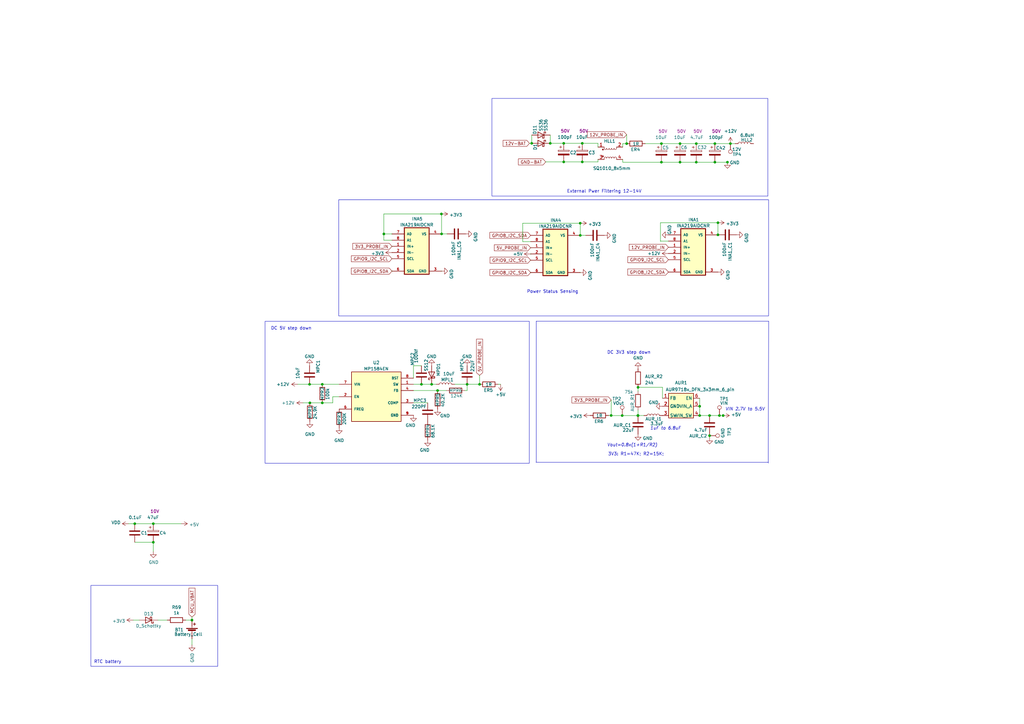
<source format=kicad_sch>
(kicad_sch (version 20230121) (generator eeschema)
  (paper "A3")
  (title_block (title "Power Management") (date "2023-12-06") (rev "12-2023") (company "www.Aeonlabs.science"))
  (lib_symbols
    (symbol "+5V_1" (power) (pin_names (offset 0))
      (property "Value" "+5V_1" (at 0 3.556 0))
      (symbol "+5V_1_0_1"
        (polyline (pts (xy -0.762 1.27) (xy 0 2.54)))
        (polyline (pts (xy 0 0) (xy 0 2.54)))
        (polyline (pts (xy 0 2.54) (xy 0.762 1.27)))
      )
      (symbol "+5V_1_1_1"
        (pin power_in line (at 0 0 90) (length 0) hide (name "+5V") (number "1"))
      )
    )
    (symbol "AeonLabs_Sensors:INA219AIDCNR" (pin_names (offset 1.016))
      (property "Reference" "U" (at -12.7 16.24 0))
      (property "Value" "INA219AIDCNR" (at -12.7 -19.24 0))
      (symbol "INA219AIDCNR_0_0"
        (rectangle (start -5.08 10.16) (end 5.08 -8.89) (stroke (width 0.41)) (fill (type background)))
        (pin input line (at -10.16 2.54 0) (length 5.08) (name "IN+") (number "1"))
        (pin input line (at -10.16 0 0) (length 5.08) (name "IN-") (number "2"))
        (pin power_in line (at 10.16 -7.62 180) (length 5.08) (name "GND") (number "3"))
        (pin power_in line (at 10.16 7.62 180) (length 5.08) (name "VS") (number "4"))
        (pin input line (at -10.16 -2.54 0) (length 5.08) (name "SCL") (number "5"))
        (pin bidirectional line (at -10.16 -7.62 0) (length 5.08) (name "SDA") (number "6"))
        (pin input line (at -10.16 7.62 0) (length 5.08) (name "A0") (number "7"))
        (pin input line (at -10.16 5.08 0) (length 5.08) (name "A1") (number "8"))
      )
    )
    (symbol "Connector:TestPoint" (pin_numbers hide) (pin_names (offset 0.762) hide)
      (property "Reference" "TP" (at 0 6.858 0))
      (property "Value" "TestPoint" (at 0 5.08 0))
      (symbol "TestPoint_0_1"
        (circle (center 0 3.302) (radius 0.762))
      )
      (symbol "TestPoint_1_1"
        (pin passive line (at 0 0 90) (length 2.54) (name "1") (number "1"))
      )
    )
    (symbol "Device:Battery_Cell" (pin_numbers hide) (pin_names (offset 0) hide)
      (property "Reference" "BT" (at 2.54 2.54 0))
      (property "Value" "Battery_Cell" (at 2.54 0 0))
      (symbol "Battery_Cell_0_1"
        (rectangle (start -2.286 1.778) (end 2.286 1.524) (fill (type outline)))
        (rectangle (start -1.5748 1.1938) (end 1.4732 0.6858) (fill (type outline)))
        (polyline (pts (xy 0 0.762) (xy 0 0)))
        (polyline (pts (xy 0 1.778) (xy 0 2.54)))
        (polyline (pts (xy 0.508 3.429) (xy 1.524 3.429)) (stroke (width 0.254)))
        (polyline (pts (xy 1.016 3.937) (xy 1.016 2.921)) (stroke (width 0.254)))
      )
      (symbol "Battery_Cell_1_1"
        (pin passive line (at 0 5.08 270) (length 2.54) (name "+") (number "1"))
        (pin passive line (at 0 -2.54 90) (length 2.54) (name "-") (number "2"))
      )
    )
    (symbol "Device:C" (pin_numbers hide) (pin_names (offset 0.254))
      (property "Reference" "C" (at 0.635 2.54 0))
      (property "Value" "C" (at 0.635 -2.54 0))
      (symbol "C_0_1"
        (polyline (pts (xy -2.032 -0.762) (xy 2.032 -0.762)) (stroke (width 0.508)))
        (polyline (pts (xy -2.032 0.762) (xy 2.032 0.762)) (stroke (width 0.508)))
      )
      (symbol "C_1_1"
        (pin passive line (at 0 3.81 270) (length 2.794) (name "~") (number "1"))
        (pin passive line (at 0 -3.81 90) (length 2.794) (name "~") (number "2"))
      )
    )
    (symbol "Device:CP" (pin_numbers hide) (pin_names (offset 0.254))
      (property "Reference" "C" (at 0.635 2.54 0))
      (property "Value" "Device_CP" (at 0.635 -2.54 0))
      (symbol "CP_0_1"
        (rectangle (start -2.286 0.508) (end 2.286 1.016))
        (polyline (pts (xy -1.778 2.286) (xy -0.762 2.286)))
        (polyline (pts (xy -1.27 2.794) (xy -1.27 1.778)))
        (rectangle (start 2.286 -0.508) (end -2.286 -1.016) (fill (type outline)))
      )
      (symbol "CP_1_1"
        (pin passive line (at 0 3.81 270) (length 2.794) (name "~") (number "1"))
        (pin passive line (at 0 -3.81 90) (length 2.794) (name "~") (number "2"))
      )
    )
    (symbol "Device:D_Schottky" (pin_numbers hide) (pin_names (offset 1.016) hide)
      (property "Reference" "D" (at 0 2.54 0))
      (property "Value" "D_Schottky" (at 0 -2.54 0))
      (symbol "D_Schottky_0_1"
        (polyline (pts (xy 1.27 0) (xy -1.27 0)))
        (polyline (pts (xy 1.27 1.27) (xy 1.27 -1.27) (xy -1.27 0) (xy 1.27 1.27)) (stroke (width 0.254)))
        (polyline (pts (xy -1.905 0.635) (xy -1.905 1.27) (xy -1.27 1.27) (xy -1.27 -1.27) (xy -0.635 -1.27) (xy -0.635 -0.635)) (stroke (width 0.254)))
      )
      (symbol "D_Schottky_1_1"
        (pin passive line (at -3.81 0 0) (length 2.54) (name "K") (number "1"))
        (pin passive line (at 3.81 0 180) (length 2.54) (name "A") (number "2"))
      )
    )
    (symbol "Device:L" (pin_numbers hide) (pin_names (offset 1.016) hide)
      (property "Reference" "L" (at -1.27 0 90))
      (property "Value" "L" (at 1.905 0 90))
      (symbol "L_0_1"
        (arc (start 0 -2.54) (mid 0.6323 -1.905) (end 0 -1.27))
        (arc (start 0 -1.27) (mid 0.6323 -0.635) (end 0 0))
        (arc (start 0 0) (mid 0.6323 0.635) (end 0 1.27))
        (arc (start 0 1.27) (mid 0.6323 1.905) (end 0 2.54))
      )
      (symbol "L_1_1"
        (pin passive line (at 0 3.81 270) (length 1.27) (name "1") (number "1"))
        (pin passive line (at 0 -3.81 90) (length 1.27) (name "2") (number "2"))
      )
    )
    (symbol "Device:R" (pin_numbers hide) (pin_names (offset 0))
      (property "Reference" "R" (at 2.032 0 90))
      (property "Value" "R" (at 0 0 90))
      (symbol "R_0_1"
        (rectangle (start -1.016 -2.54) (end 1.016 2.54) (stroke (width 0.254)))
      )
      (symbol "R_1_1"
        (pin passive line (at 0 3.81 270) (length 1.27) (name "~") (number "1"))
        (pin passive line (at 0 -3.81 90) (length 1.27) (name "~") (number "2"))
      )
    )
    (symbol "GND_1" (power) (pin_names (offset 0))
      (property "Value" "GND_1" (at 0 -3.81 0))
      (symbol "GND_1_0_1"
        (polyline (pts (xy 0 0) (xy 0 -1.27) (xy 1.27 -1.27) (xy 0 -2.54) (xy -1.27 -1.27) (xy 0 -1.27)))
      )
      (symbol "GND_1_1_1"
        (pin power_in line (at 0 0 270) (length 0) hide (name "GND") (number "1"))
      )
    )
    (symbol "Power_Management:Inductor_THT{colon}Common_Mode_Inductor_SQ1010_8x5mm" (pin_names (offset 0.254) hide)
      (property "Reference" "HLL2" (at 0 3.8268 0))
      (property "Value" "Inductor_THT{colon}Common_Mode_Inductor_SQ1010_8x5mm" (at -0.254 5.588 0))
      (property "Footprint" "Inductor_THT:Common Mode Inductor SQ1010 8x5mm" (at 0 0 0))
      (symbol "Inductor_THT{colon}Common_Mode_Inductor_SQ1010_8x5mm_0_1"
        (circle (center -3.048 -1.27) (radius 0.254) (fill (type outline)))
        (circle (center -3.048 1.524) (radius 0.254) (fill (type outline)))
        (arc (start -2.54 2.032) (mid -2.032 1.5262) (end -1.524 2.032))
        (arc (start -1.524 -2.032) (mid -2.032 -1.5262) (end -2.54 -2.032))
        (arc (start -1.524 2.032) (mid -1.016 1.5262) (end -0.508 2.032))
        (arc (start -0.508 -2.032) (mid -1.016 -1.5262) (end -1.524 -2.032))
        (arc (start -0.508 2.032) (mid 0 1.5262) (end 0.508 2.032))
        (polyline (pts (xy -2.54 -2.032) (xy -2.54 -2.54)))
        (polyline (pts (xy -2.54 2.032) (xy -2.54 2.54)))
        (polyline (pts (xy 2.54 -2.032) (xy 2.54 -2.54)))
        (polyline (pts (xy 2.54 2.54) (xy 2.54 2.032)))
        (arc (start 0.508 -2.032) (mid 0 -1.5262) (end -0.508 -2.032))
        (arc (start 0.508 2.032) (mid 1.016 1.5262) (end 1.524 2.032))
        (arc (start 1.524 -2.032) (mid 1.016 -1.5262) (end 0.508 -2.032))
        (arc (start 1.524 2.032) (mid 2.032 1.5262) (end 2.54 2.032))
        (arc (start 2.54 -2.032) (mid 2.032 -1.5262) (end 1.524 -2.032))
      )
      (symbol "Inductor_THT{colon}Common_Mode_Inductor_SQ1010_8x5mm_1_1"
        (pin passive line (at -5.08 2.54 0) (length 2.54) (name "1") (number "1"))
        (pin passive line (at 5.08 2.54 180) (length 2.54) (name "2") (number "2"))
        (pin passive line (at -5.08 -2.54 0) (length 2.54) (name "3") (number "3"))
        (pin passive line (at 5.08 -2.54 180) (length 2.54) (name "4") (number "4"))
      )
    )
    (symbol "Power_Management:MP1584EN" (pin_names (offset 1.016))
      (property "Reference" "U" (at -10.185 10.6942 0))
      (property "Value" "MP1584EN" (at -10.1723 -12.7154 0))
      (symbol "MP1584EN_0_0"
        (rectangle (start -10.16 -10.16) (end 10.16 10.16) (stroke (width 0.254)) (fill (type background)))
        (pin output line (at 15.24 5.08 180) (length 5.08) (name "SW") (number "1"))
        (pin input line (at -15.24 0 0) (length 5.08) (name "EN") (number "2"))
        (pin output line (at 15.24 -2.54 180) (length 5.08) (name "COMP") (number "3"))
        (pin input line (at 15.24 2.54 180) (length 5.08) (name "FB") (number "4"))
        (pin power_in line (at 15.24 -7.62 180) (length 5.08) (name "GND") (number "5"))
        (pin input line (at -15.24 -5.08 0) (length 5.08) (name "FREQ") (number "6"))
        (pin input line (at -15.24 5.08 0) (length 5.08) (name "VIN") (number "7"))
        (pin passive line (at 15.24 7.62 180) (length 5.08) (name "BST") (number "8"))
        (pin power_in line (at 15.24 -7.62 180) (length 5.08) (name "GND") (number "9"))
      )
    )
    (symbol "Power_Management:ST01S09_AUR9718x_DFN_3x3mm_6_pin"
      (property "Reference" "AU1" (at -2.54 10.033 0))
      (property "Value" "AUR9718x_DFN_3x3mm_6_pin" (at -2.54 7.493 0))
      (symbol "ST01S09_AUR9718x_DFN_3x3mm_6_pin_0_1"
        (rectangle (start -7.62 5.08) (end 2.54 -5.08) (stroke (width 0.254)) (fill (type background)))
      )
      (symbol "ST01S09_AUR9718x_DFN_3x3mm_6_pin_1_1"
        (pin input line (at -10.16 3.048 0) (length 2.54) (name "FB") (number "1"))
        (pin output line (at -10.16 -0.254 0) (length 2.54) (name "GND") (number "2"))
        (pin bidirectional line (at -10.16 -4.064 0) (length 2.54) (name "SW") (number "3"))
        (pin input line (at 5.08 -4.064 180) (length 2.54) (name "VIN_SW") (number "4"))
        (pin power_out line (at 5.08 -0.254 180) (length 2.54) (name "VIN_A") (number "5"))
        (pin power_in line (at 5.08 3.048 180) (length 2.54) (name "EN") (number "6"))
        (pin output line (at -10.16 -0.254 0) (length 2.54) (name "GND") (number "7"))
      )
    )
    (symbol "power:+12V" (power) (pin_names (offset 0))
      (property "Value" "+12V" (at 0 3.556 0))
      (symbol "+12V_0_1"
        (polyline (pts (xy -0.762 1.27) (xy 0 2.54)))
        (polyline (pts (xy 0 0) (xy 0 2.54)))
        (polyline (pts (xy 0 2.54) (xy 0.762 1.27)))
      )
      (symbol "+12V_1_1"
        (pin power_in line (at 0 0 90) (length 0) hide (name "+12V") (number "1"))
      )
    )
    (symbol "power:+3V3" (power) (pin_names (offset 0))
      (property "Value" "+3V3" (at 0 3.556 0))
      (symbol "+3V3_0_1"
        (polyline (pts (xy -0.762 1.27) (xy 0 2.54)))
        (polyline (pts (xy 0 0) (xy 0 2.54)))
        (polyline (pts (xy 0 2.54) (xy 0.762 1.27)))
      )
      (symbol "+3V3_1_1"
        (pin power_in line (at 0 0 90) (length 0) hide (name "+3V3") (number "1"))
      )
    )
    (symbol "power:+5V" (power) (pin_names (offset 0))
      (property "Value" "+5V" (at 0 3.556 0))
      (symbol "+5V_0_1"
        (polyline (pts (xy -0.762 1.27) (xy 0 2.54)))
        (polyline (pts (xy 0 0) (xy 0 2.54)))
        (polyline (pts (xy 0 2.54) (xy 0.762 1.27)))
      )
      (symbol "+5V_1_1"
        (pin power_in line (at 0 0 90) (length 0) hide (name "+5V") (number "1"))
      )
    )
    (symbol "power:GND" (power) (pin_names (offset 0))
      (property "Value" "GND" (at 0 -3.81 0))
      (symbol "GND_0_1"
        (polyline (pts (xy 0 0) (xy 0 -1.27) (xy 1.27 -1.27) (xy 0 -2.54) (xy -1.27 -1.27) (xy 0 -1.27)))
      )
      (symbol "GND_1_1"
        (pin power_in line (at 0 0 270) (length 0) hide (name "GND") (number "1"))
      )
    )
    (symbol "power:VDD" (power) (pin_names (offset 0))
      (property "Value" "VDD" (at 0 3.81 0))
      (symbol "VDD_0_1"
        (polyline (pts (xy -0.762 1.27) (xy 0 2.54)))
        (polyline (pts (xy 0 0) (xy 0 2.54)))
        (polyline (pts (xy 0 2.54) (xy 0.762 1.27)))
      )
      (symbol "VDD_1_1"
        (pin power_in line (at 0 0 90) (length 0) hide (name "VDD") (number "1"))
      )
    )
  )
  (junction (at 55.2704 214.7824))
  (junction (at 196.6858 157.626))
  (junction (at 261.6454 170.434))
  (junction (at 293.2058 66.5162))
  (junction (at 218.0726 58.7946))
  (junction (at 237.998 96.539))
  (junction (at 271.2856 58.8962))
  (junction (at 231.2044 66.4146))
  (junction (at 250.6608 170.4022))
  (junction (at 177.0262 157.626))
  (junction (at 299.5812 58.8962))
  (junction (at 294.4622 91.3384))
  (junction (at 62.8904 222.4024))
  (junction (at 231.2044 58.7946))
  (junction (at 298.362 66.5162))
  (junction (at 179.4646 160.166))
  (junction (at 132.1952 157.626))
  (junction (at 286.9574 170.4276))
  (junction (at 225.6926 58.7946))
  (junction (at 181.117 95.9438))
  (junction (at 127.0898 165.246))
  (junction (at 261.6844 158.8706))
  (junction (at 286.9574 166.6176))
  (junction (at 278.9056 58.8962))
  (junction (at 291.0214 170.4276))
  (junction (at 293.2058 58.8962))
  (junction (at 191.5804 157.626))
  (junction (at 132.1952 165.246))
  (junction (at 172.8606 157.626))
  (junction (at 238.8244 66.4146))
  (junction (at 291.0214 178.6826))
  (junction (at 255.1938 170.434))
  (junction (at 181.0512 87.757))
  (junction (at 62.8904 214.7824))
  (junction (at 78.74 254.3302))
  (junction (at 237.9726 91.5416))
  (junction (at 126.9628 157.626))
  (junction (at 285.5858 66.5162))
  (junction (at 261.6844 170.4276))
  (junction (at 294.4622 96.3168))
  (junction (at 238.8244 58.7946))
  (junction (at 296.5958 170.434))
  (junction (at 295.0718 170.4276))
  (junction (at 257.0108 58.8962))
  (junction (at 285.5858 58.8962))
  (junction (at 271.2856 66.5162))
  (junction (at 157.4428 95.9548))
  (junction (at 278.9056 66.5162))
  (wire (pts (xy 270.9164 98.8822) (xy 274.1422 98.8822)))
  (wire (pts (xy 132.1952 157.626) (xy 139.104 157.626)))
  (wire (pts (xy 238.8244 58.7946) (xy 245.2506 58.7946)))
  (wire (pts (xy 64.77 254.3302) (xy 68.58 254.3302)))
  (wire (pts (xy 217.6916 106.699) (xy 217.6916 106.7054)))
  (wire (pts (xy 78.74 264.4902) (xy 78.74 261.9502)))
  (wire (pts (xy 240.2332 96.5454) (xy 237.998 96.5454)))
  (wire (pts (xy 255.4106 65.3986) (xy 255.4106 66.5162)))
  (wire (pts (xy 237.998 96.539) (xy 237.9354 96.539)))
  (wire (pts (xy 217.6154 101.619) (xy 217.7424 101.619)))
  (wire (pts (xy 261.6454 170.434) (xy 261.6454 170.4276)))
  (wire (pts (xy 177.0262 157.626) (xy 178.8804 157.626)))
  (wire (pts (xy 261.6844 158.8706) (xy 261.6844 160.5216)))
  (wire (pts (xy 291.0214 170.4276) (xy 295.0718 170.4276)))
  (wire (pts (xy 255.1938 170.434) (xy 255.1938 170.4276)))
  (wire (pts (xy 169.584 165.246) (xy 175.4006 165.246)))
  (wire (pts (xy 237.998 96.539) (xy 237.998 91.5416)))
  (wire (pts (xy 225.6926 55.391) (xy 225.6926 58.7946)))
  (wire (pts (xy 160.8464 106.1212) (xy 160.8464 106.1038)))
  (wire (pts (xy 261.6844 170.4276) (xy 261.6844 168.1416)))
  (polyline (pts (xy 219.9268 189.63) (xy 219.9268 131.718)))
  (wire (pts (xy 261.6844 158.8706) (xy 271.7174 158.8706)))
  (wire (pts (xy 250.6726 170.434) (xy 255.1938 170.434)))
  (wire (pts (xy 217.1582 58.7946) (xy 218.0726 58.7946)))
  (polyline (pts (xy 315.1514 189.63) (xy 219.8252 189.63)))
  (wire (pts (xy 261.6454 170.4276) (xy 261.6844 170.4276)))
  (wire (pts (xy 62.8904 226.2124) (xy 62.8904 222.4024)))
  (wire (pts (xy 126.9628 157.626) (xy 132.1952 157.626)))
  (wire (pts (xy 160.7956 101.0238) (xy 160.7462 101.0238)))
  (wire (pts (xy 157.4428 95.9548) (xy 160.7312 95.9548)))
  (wire (pts (xy 255.1938 170.434) (xy 261.6454 170.434)))
  (wire (pts (xy 271.2856 66.5162) (xy 278.9056 66.5162)))
  (wire (pts (xy 245.2506 58.7946) (xy 245.2506 60.3186)))
  (wire (pts (xy 255.4106 66.5162) (xy 271.2856 66.5162)))
  (wire (pts (xy 160.7566 111.2012) (xy 160.8718 111.2012)))
  (wire (pts (xy 181.117 95.9612) (xy 181.117 95.9438)))
  (wire (pts (xy 181.0512 87.757) (xy 157.4428 87.757)))
  (wire (pts (xy 237.998 91.5416) (xy 237.9726 91.5416)))
  (wire (pts (xy 301.4862 58.8962) (xy 299.5812 58.8962)))
  (wire (pts (xy 181.102 87.757) (xy 181.0512 87.757)))
  (wire (pts (xy 249.6448 170.4022) (xy 250.6608 170.4022)))
  (wire (pts (xy 191.5804 157.626) (xy 196.6858 157.626)))
  (wire (pts (xy 172.8606 157.626) (xy 177.0262 157.626)))
  (wire (pts (xy 217.6662 111.779) (xy 217.6662 111.7854)))
  (wire (pts (xy 160.8464 106.1038) (xy 160.7462 106.1038)))
  (wire (pts (xy 217.6154 104.159) (xy 217.717 104.159)))
  (wire (pts (xy 291.0214 178.6826) (xy 291.0214 178.0476)))
  (wire (pts (xy 237.9726 91.5416) (xy 214.376 91.5416)))
  (wire (pts (xy 160.7566 101.0412) (xy 160.7956 101.0412)))
  (wire (pts (xy 278.9056 66.5162) (xy 285.5858 66.5162)))
  (wire (pts (xy 237.9608 111.779) (xy 237.9608 111.7854)))
  (wire (pts (xy 181.0902 111.1838) (xy 181.0662 111.1838)))
  (wire (pts (xy 217.6662 111.7854) (xy 217.6272 111.7854)))
  (wire (pts (xy 122.1368 157.626) (xy 126.9628 157.626)))
  (wire (pts (xy 190.6914 160.166) (xy 191.5804 160.166)))
  (wire (pts (xy 204.2922 157.626) (xy 204.3058 157.626)))
  (wire (pts (xy 217.717 104.159) (xy 217.717 104.1654)))
  (wire (pts (xy 181.117 95.9612) (xy 181.0766 95.9612)))
  (wire (pts (xy 245.2506 65.3986) (xy 245.2506 66.4146)))
  (wire (pts (xy 127.0898 165.246) (xy 132.1952 165.246)))
  (wire (pts (xy 285.5858 58.8962) (xy 293.2058 58.8962)))
  (wire (pts (xy 250.6608 164.0522) (xy 250.6608 170.4022)))
  (wire (pts (xy 264.0974 170.4276) (xy 261.6844 170.4276)))
  (wire (pts (xy 169.584 160.166) (xy 179.4646 160.166)))
  (wire (pts (xy 255.4106 60.3186) (xy 255.4106 58.8962)))
  (wire (pts (xy 295.0718 170.434) (xy 296.5958 170.434)))
  (wire (pts (xy 217.6916 106.7054) (xy 217.6272 106.7054)))
  (polyline (pts (xy 315.253 131.718) (xy 315.1006 189.9602)))
  (wire (pts (xy 250.6726 170.434) (xy 250.6726 170.4022)))
  (wire (pts (xy 217.6154 111.779) (xy 217.6662 111.779)))
  (wire (pts (xy 295.0718 170.434) (xy 295.0718 170.4276)))
  (wire (pts (xy 181.102 95.9438) (xy 181.117 95.9438)))
  (wire (pts (xy 217.7424 101.619) (xy 217.7424 101.6254)))
  (wire (pts (xy 250.6726 170.4022) (xy 250.6608 170.4022)))
  (wire (pts (xy 286.9574 166.6176) (xy 286.9574 170.4276)))
  (wire (pts (xy 55.2704 214.7824) (xy 62.8904 214.7824)))
  (wire (pts (xy 286.9574 163.3156) (xy 286.9574 166.6176)))
  (wire (pts (xy 218.0726 55.391) (xy 218.0726 58.7946)))
  (wire (pts (xy 237.9354 111.779) (xy 237.9608 111.779)))
  (wire (pts (xy 179.4646 160.166) (xy 183.0714 160.166)))
  (wire (pts (xy 270.9164 98.9076) (xy 270.9164 98.8822)))
  (wire (pts (xy 157.4428 87.757) (xy 157.4428 95.9548)))
  (wire (pts (xy 181.0902 111.2012) (xy 181.0902 111.1838)))
  (wire (pts (xy 54.61 254.3302) (xy 57.15 254.3302)))
  (wire (pts (xy 278.9056 58.8962) (xy 285.5858 58.8962)))
  (wire (pts (xy 231.2044 58.7946) (xy 238.8244 58.7946)))
  (wire (pts (xy 295.0718 170.4276) (xy 295.0854 170.4276)))
  (wire (pts (xy 157.4428 98.5012) (xy 160.7566 98.5012)))
  (wire (pts (xy 78.74 254.3302) (xy 78.74 253.0602)))
  (wire (pts (xy 160.8718 111.2012) (xy 160.8718 111.1838)))
  (wire (pts (xy 204.2922 157.6324) (xy 205.3082 157.6324)))
  (wire (pts (xy 169.584 157.626) (xy 172.8606 157.626)))
  (wire (pts (xy 169.584 150.006) (xy 172.8606 150.006)))
  (wire (pts (xy 217.6154 106.699) (xy 217.6916 106.699)))
  (wire (pts (xy 136.4878 165.246) (xy 136.4878 162.706)))
  (wire (pts (xy 52.7304 214.7824) (xy 55.2704 214.7824)))
  (wire (pts (xy 196.6858 153.9684) (xy 196.6858 157.626)))
  (wire (pts (xy 183.3522 95.9438) (xy 181.117 95.9438)))
  (wire (pts (xy 191.5804 160.166) (xy 191.5804 157.626)))
  (wire (pts (xy 294.4622 91.3384) (xy 270.891 91.3384)))
  (wire (pts (xy 124.2958 165.246) (xy 127.0898 165.246)))
  (wire (pts (xy 296.5958 170.434) (xy 296.6212 170.434)))
  (wire (pts (xy 255.1938 170.4276) (xy 255.2074 170.4276)))
  (wire (pts (xy 264.6562 58.8962) (xy 271.2856 58.8962)))
  (wire (pts (xy 257.0108 58.8962) (xy 257.0362 58.8962)))
  (wire (pts (xy 294.4622 96.3168) (xy 294.4622 96.3422)))
  (wire (pts (xy 160.7312 95.9612) (xy 160.7312 95.9548)))
  (wire (pts (xy 76.2 254.3302) (xy 78.74 254.3302)))
  (wire (pts (xy 160.7566 106.1212) (xy 160.8464 106.1212)))
  (wire (pts (xy 293.2058 58.8962) (xy 299.5812 58.8962)))
  (wire (pts (xy 270.891 91.3384) (xy 270.891 98.9076)))
  (wire (pts (xy 136.4878 162.706) (xy 139.104 162.706)))
  (wire (pts (xy 169.584 155.086) (xy 169.584 150.006)))
  (wire (pts (xy 298.362 66.5162) (xy 298.3874 66.5162)))
  (wire (pts (xy 160.8718 111.1838) (xy 160.7462 111.1838)))
  (wire (pts (xy 231.2044 66.4146) (xy 238.8244 66.4146)))
  (wire (pts (xy 291.0214 179.5716) (xy 291.0214 178.6826)))
  (wire (pts (xy 286.9574 170.4276) (xy 291.0214 170.4276)))
  (wire (pts (xy 132.1952 165.246) (xy 136.4878 165.246)))
  (wire (pts (xy 186.5004 157.626) (xy 191.5804 157.626)))
  (wire (pts (xy 285.5858 66.5162) (xy 293.2058 66.5162)))
  (wire (pts (xy 62.8904 214.7824) (xy 74.3204 214.7824)))
  (wire (pts (xy 160.7956 101.0412) (xy 160.7956 101.0238)))
  (wire (pts (xy 293.2058 66.5162) (xy 298.362 66.5162)))
  (wire (pts (xy 214.376 99.079) (xy 217.6154 99.079)))
  (wire (pts (xy 181.102 87.757) (xy 181.102 95.9438)))
  (wire (pts (xy 157.4428 95.9548) (xy 157.4428 98.5012)))
  (wire (pts (xy 55.2704 222.4024) (xy 62.8904 222.4024)))
  (wire (pts (xy 255.4106 58.8962) (xy 257.0108 58.8962)))
  (wire (pts (xy 231.2044 58.7946) (xy 225.6926 58.7946)))
  (wire (pts (xy 217.717 104.1654) (xy 217.6272 104.1654)))
  (wire (pts (xy 160.7566 95.9612) (xy 160.7312 95.9612)))
  (wire (pts (xy 217.7424 101.6254) (xy 217.6272 101.6254)))
  (wire (pts (xy 271.2856 58.8962) (xy 278.9056 58.8962)))
  (wire (pts (xy 245.2506 66.4146) (xy 238.8244 66.4146)))
  (wire (pts (xy 204.2922 157.6324) (xy 204.2922 157.626)))
  (wire (pts (xy 223.813 66.4146) (xy 231.2044 66.4146)))
  (polyline (pts (xy 219.9268 131.718) (xy 315.253 131.718)))
  (wire (pts (xy 237.9608 111.7854) (xy 237.9472 111.7854)))
  (wire (pts (xy 160.821 103.5748) (xy 160.821 103.5638)))
  (wire (pts (xy 294.4622 91.3384) (xy 294.4622 96.3168)))
  (wire (pts (xy 181.0766 111.2012) (xy 181.0902 111.2012)))
  (wire (pts (xy 261.6962 170.434) (xy 261.6454 170.434)))
  (wire (pts (xy 271.7174 163.3156) (xy 271.7174 158.8706)))
  (wire (pts (xy 257.0108 55.2386) (xy 257.0108 58.8962)))
  (wire (pts (xy 270.891 98.9076) (xy 270.9164 98.9076)))
  (wire (pts (xy 214.376 91.5416) (xy 214.376 99.079)))
  (wire (pts (xy 237.998 96.539) (xy 237.998 96.5454)))
  (rectangle (start 108.7002 131.7942) (end 217.1074 189.9856))
  (rectangle (start 37.2872 240.1062) (end 89.281 273.304))
  (rectangle (start 201.7658 40.3796) (end 314.9482 80.41))
  (rectangle (start 138.9262 81.934) (end 315.2276 129.5844))
  (text "3V3: R1=47K; R2=15K;" (at 249.3654 187.0646 0) (effects (font (size 1.27 1.27)) (justify left bottom)))
  (text "External Pwer Filtering 12-14V" (at 232.4998 79.3178 0) (effects (font (size 1.27 1.27)) (justify left bottom)))
  (text "1uF to 6.8uF" (at 266.6374 176.5236 0) (effects (font (size 1.27 1.27) italic) (justify left bottom)))
  (text "Power Status Sensing" (at 216.0914 120.4404 0) (effects (font (size 1.27 1.27)) (justify left bottom)))
  (text "Vout=0.8x(1+R1/R2)" (at 248.9844 183.3816 0) (effects (font (size 1.27 1.27) italic) (justify left bottom)))
  (text "DC 3V3 step down" (at 248.9844 145.4086 0) (effects (font (size 1.27 1.27)) (justify left bottom)))
  (text "VIN 2.7V to 5.5V" (at 297.4984 168.6496 0) (effects (font (size 1.27 1.27) italic) (justify left bottom)))
  (text "DC 5V step down" (at 111.0878 135.5026 0) (effects (font (size 1.27 1.27)) (justify left bottom)))
  (text "RTC battery" (at 38.5318 272.288 0) (effects (font (size 1.27 1.27)) (justify left bottom)))
  (global_label "GPIO9_I2C_SCL" (shape input) (at 274.1422 106.5022 180) (property "Intersheetrefs" "${INTERSHEET_REFS}" (effects hide)))
  (global_label "GPIO8_I2C_SDA" (shape input) (at 217.6272 111.7854 180) (property "Intersheetrefs" "${INTERSHEET_REFS}" (effects hide)))
  (global_label "GPIO9_I2C_SCL" (shape input) (at 217.6272 106.7054 180) (property "Intersheetrefs" "${INTERSHEET_REFS}" (effects hide)))
  (global_label "5V_PROBE_IN" (shape input) (at 217.6272 101.6254 180) (property "Intersheetrefs" "${INTERSHEET_REFS}" (effects hide)))
  (global_label "12V-BAT" (shape input) (at 217.1582 58.7946 180) (property "Intersheetrefs" "${INTERSHEET_REFS}" (effects hide)))
  (global_label "5V_PROBE_IN" (shape input) (at 196.6858 153.9684 90) (property "Intersheetrefs" "${INTERSHEET_REFS}" (effects hide)))
  (global_label "GND-BAT" (shape input) (at 223.813 66.4146 180) (property "Intersheetrefs" "${INTERSHEET_REFS}" (effects hide)))
  (global_label "12V_PROBE_IN" (shape input) (at 274.1422 101.4222 180) (property "Intersheetrefs" "${INTERSHEET_REFS}" (effects hide)))
  (global_label "GPIO8_I2C_SDA" (shape input) (at 160.7566 111.2012 180) (property "Intersheetrefs" "${INTERSHEET_REFS}" (effects hide)))
  (global_label "3V3_PROBE_IN" (shape input) (at 160.7566 101.0412 180) (property "Intersheetrefs" "${INTERSHEET_REFS}" (effects hide)))
  (global_label "GPIO8_I2C_SDA" (shape input) (at 274.1422 111.5822 180) (property "Intersheetrefs" "${INTERSHEET_REFS}" (effects hide)))
  (global_label "MCU_VBAT" (shape input) (at 78.74 253.0602 90) (property "Intersheetrefs" "${INTERSHEET_REFS}" (effects hide)))
  (global_label "12V_PROBE_IN" (shape input) (at 257.0108 55.2386 180) (property "Intersheetrefs" "${INTERSHEET_REFS}" (effects hide)))
  (global_label "GPIO9_I2C_SCL" (shape input) (at 160.7566 106.1212 180) (property "Intersheetrefs" "${INTERSHEET_REFS}" (effects hide)))
  (global_label "3V3_PROBE_IN" (shape input) (at 250.6608 164.0522 180) (property "Intersheetrefs" "${INTERSHEET_REFS}" (effects hide)))
  (global_label "GPIO8_I2C_SDA" (shape input) (at 217.6154 96.539 180) (property "Intersheetrefs" "${INTERSHEET_REFS}" (effects hide)))
  (symbol (lib_id "Device:D_Schottky") (at 221.8826 58.7946 0) (mirror y) (unit 1)
    (property "Reference" "D11" (at 219.3426 51.2254 90) (effects (justify right)))
    (property "Value" "SS36" (at 221.8826 48.787 90) (effects (justify right)))
    (property "Footprint" "Diode_SMD:D_SMA_Handsoldering" (effects hide))
    (property "Digikey Part Number" "B360A-FDICT-ND" (effects hide))
    (property "Manufacturer_Name" "Diodes Inc" (effects hide))
    (property "Manufacturer_Part_Number" "B360A-13-F" (effects hide))
    (property "URL" "https://www.digikey.com.au/product-detail/en/diodes-incorporated/B360A-13-F/B360A-FDICT-ND/724980" (effects hide))
  )
  (symbol (lib_id "Device:CP") (at 62.8904 218.5924 0) (unit 1)
    (property "Reference" "C4" (at 65.4304 218.5924 0) (effects (justify left)))
    (property "Value" "47uF" (at 60.3504 212.2424 0) (effects (justify left)))
    (property "Footprint" "Capacitor_Tantalum_SMD:CP_EIA-3528-21_Kemet-B" (effects hide))
    (property "Voltage" "10V" (at 61.6204 209.7024 0) (effects (justify left)))
    (property "Digikey Part Number" "478-1692-1-ND" (effects hide))
    (property "Manufacturer_Name" "AVX" (effects hide))
    (property "Manufacturer_Part_Number" "TAJB476K006RNJ" (effects hide))
    (property "URL" "https://www.digikey.com/product-detail/en/avx-corporation/TAJB476K006RNJ/478-1692-1-ND/564724" (effects hide))
  )
  (symbol (lib_id "Device:C") (at 55.2704 218.5924 0) (unit 1)
    (property "Reference" "C1" (at 57.8104 218.5924 0) (effects (justify left)))
    (property "Value" "0.1uF" (at 52.7304 212.2424 0) (effects (justify left)))
    (property "Footprint" "Capacitor_SMD:C_0805_2012Metric" (effects hide))
    (property "Digikey Part Number" "311-1140-1-ND" (effects hide))
    (property "Manufacturer_Name" "Yageo" (effects hide))
    (property "Manufacturer_Part_Number" "CC0805KRX7R9BB104" (effects hide))
    (property "URL" "https://www.digikey.com.au/product-detail/en/yageo/CC0805KRX7R9BB104/311-1140-1-ND/303050" (effects hide))
  )
  (symbol (lib_id "power:GND") (at 62.8904 226.2124 0) (unit 1)
    (property "Reference" "#PWR0118" (effects hide))
    (property "Value" "GND" (at 63.0174 230.6066 0))
  )
  (symbol (lib_id "power:VDD") (at 52.7304 214.7824 90) (unit 1)
    (property "Reference" "#PWR0122" (effects hide))
    (property "Value" "VDD" (at 49.5046 214.3252 90) (effects (justify left)))
  )
  (symbol (lib_id "power:+5V") (at 74.3204 214.7824 270) (unit 1)
    (property "Reference" "#PWR0157" (effects hide))
    (property "Value" "+5V" (at 77.5716 215.1634 90) (effects (justify left)))
  )
  (symbol (lib_id "Device:C") (at 291.0214 174.2376 0) (unit 1)
    (property "Reference" "AUR_C2" (at 282.6648 178.7842 0) (effects (justify left)))
    (property "Value" "4.7uF" (at 284.6714 176.3966 0) (effects (justify left)))
    (property "Footprint" "Capacitor_SMD:C_0805_2012Metric_Pad1.18x1.45mm_HandSolder" (effects hide))
  )
  (symbol (lib_id "Device:R") (at 132.1952 161.436 0) (unit 1)
    (property "Reference" "MPR2" (at 132.246 161.436 90))
    (property "Value" "100k" (at 134.3542 161.563 90))
    (property "Footprint" "Resistor_SMD:R_0603_1608Metric" (effects hide))
  )
  (symbol (lib_id "power:GND") (at 179.4646 167.786 0) (unit 1)
    (property "Reference" "#PWR0123" (effects hide))
    (property "Value" "GND" (at 182.5126 170.5292 0))
  )
  (symbol (lib_id "Device:C") (at 175.4006 169.056 0) (unit 1)
    (property "Reference" "MPC3" (at 169.4824 164.2554 0) (effects (justify left)))
    (property "Value" "220PF" (at 168.7712 166.7954 0) (effects (justify left)))
    (property "Footprint" "Capacitor_SMD:C_0603_1608Metric" (effects hide))
  )
  (symbol (lib_id "Device:Battery_Cell") (at 78.74 259.4102 0) (unit 1)
    (property "Reference" "BT1" (at 71.6534 258.2926 0) (effects (justify left)))
    (property "Value" "Battery_Cell" (at 71.4502 260.1214 0) (effects (justify left)))
    (property "Footprint" "AeonLabs_Power:pcb battery 3 pin" (effects hide))
    (property "Digikey Part Number" "36-2999-ND" (effects hide))
    (property "Manufacturer_Name" "Keystone" (effects hide))
    (property "Manufacturer_Part_Number" "2999" (effects hide))
    (property "URL" "https://www.digikey.com.au/product-detail/en/keystone-electronics/2999/36-2999-ND/2137863" (effects hide))
  )
  (symbol (lib_id "Device:CP") (at 285.5858 62.7062 0) (unit 1)
    (property "Reference" "C32" (at 285.9922 60.4456 0) (effects (justify left)))
    (property "Value" "4.7uF" (at 283.0458 56.3562 0) (effects (justify left)))
    (property "Footprint" "Capacitor_SMD:CP_Elec_6.3x7.7" (effects hide))
    (property "Voltage" "50V" (at 284.3158 53.8162 0) (effects (justify left)))
    (property "Digikey Part Number" "PCE3925CT-ND" (effects hide))
    (property "Manufacturer_Name" "Panasonic" (effects hide))
    (property "Manufacturer_Part_Number" "EEE-1HA330XP" (effects hide))
    (property "URL" "https://www.digikey.com.au/product-detail/en/panasonic-electronic-components/EEE-1HA330XP/PCE3925CT-ND/766301" (effects hide))
  )
  (symbol (lib_name "GND_1") (lib_id "power:GND") (at 298.362 66.5162 0) (unit 1)
    (property "Reference" "#PWR0115" (effects hide))
    (property "Value" "GND" (at 301.3338 66.694 0))
  )
  (symbol (lib_id "power:GND") (at 274.1422 96.3422 270) (mirror x) (unit 1)
    (property "Reference" "#PWR0186" (effects hide))
    (property "Value" "GND" (at 274.6248 94.2086 0))
  )
  (symbol (lib_id "Device:L") (at 267.9074 170.4276 90) (unit 1)
    (property "Reference" "AUR_l1" (at 268.0344 171.8246 90))
    (property "Value" "3.3uF" (at 269.4314 173.7296 90))
    (property "Footprint" "Inductor_SMD:L_1210_3225Metric" (effects hide))
  )
  (symbol (lib_id "Device:D_Schottky") (at 177.0262 153.816 90) (unit 1)
    (property "Reference" "MPD1" (at 179.8202 151.5808 0))
    (property "Value" "SS12" (at 174.791 149.8028 0))
    (property "Footprint" "Diode_SMD:D_1206_3216Metric" (effects hide))
  )
  (symbol (lib_id "Device:CP") (at 231.2044 62.6046 0) (unit 1)
    (property "Reference" "C2" (at 233.7444 62.6046 0) (effects (justify left)))
    (property "Value" "100pF" (at 228.6644 56.2546 0) (effects (justify left)))
    (property "Footprint" "Capacitor_SMD:CP_Elec_6.3x7.7" (effects hide))
    (property "Voltage" "50V" (at 229.9344 53.7146 0) (effects (justify left)))
    (property "Digikey Part Number" "PCE3925CT-ND" (effects hide))
    (property "Manufacturer_Name" "Panasonic" (effects hide))
    (property "Manufacturer_Part_Number" "EEE-1HA330XP" (effects hide))
    (property "URL" "https://www.digikey.com.au/product-detail/en/panasonic-electronic-components/EEE-1HA330XP/PCE3925CT-ND/766301" (effects hide))
  )
  (symbol (lib_id "power:+3V3") (at 294.4622 91.3384 270) (unit 1)
    (property "Reference" "#PWR0190" (effects hide))
    (property "Value" "+3V3" (at 297.7134 91.7194 90) (effects (justify left)))
  )
  (symbol (lib_id "power:GND") (at 261.6844 178.0476 0) (unit 1)
    (property "Reference" "#PWR0102" (effects hide))
    (property "Value" "GND" (at 263.5894 179.7514 0) (effects (justify left)))
    (instances (project "LDAD_ATOM _PRO _LCD _ABS_Enclosure_52x48_16bit" (path "" (reference "#PWR0102") (unit 1))) (project "OEM_ECU" (path "" (reference "#PWR010") (unit 1))))
  )
  (symbol (lib_id "power:+12V") (at 274.1422 103.9622 90) (unit 1)
    (property "Reference" "#PWR0194" (effects hide))
    (property "Value" "+12V" (at 270.8402 103.9622 90) (effects (justify left)))
  )
  (symbol (lib_id "power:GND") (at 78.74 264.4902 0) (unit 1)
    (property "Reference" "#PWR036" (effects hide))
    (property "Value" "GND" (at 78.867 267.7414 90) (effects (justify right)))
  )
  (symbol (lib_id "Device:D_Schottky") (at 221.8826 55.391 0) (mirror y) (unit 1)
    (property "Reference" "D1" (at 219.5204 58.9216 90) (effects (justify right)))
    (property "Value" "SS36" (at 223.8384 48.787 90) (effects (justify right)))
    (property "Footprint" "Diode_SMD:D_SMA_Handsoldering" (effects hide))
    (property "Digikey Part Number" "B360A-FDICT-ND" (effects hide))
    (property "Manufacturer_Name" "Diodes Inc" (effects hide))
    (property "Manufacturer_Part_Number" "B360A-13-F" (effects hide))
    (property "URL" "https://www.digikey.com.au/product-detail/en/diodes-incorporated/B360A-13-F/B360A-FDICT-ND/724980" (effects hide))
  )
  (symbol (lib_id "power:GND") (at 139.104 175.406 0) (unit 1)
    (property "Reference" "#PWR0117" (effects hide))
    (property "Value" "GND" (at 139.104 180.6384 0))
  )
  (symbol (lib_id "Device:R") (at 245.8348 170.4022 90) (unit 1)
    (property "Reference" "ER6" (at 245.6316 172.8152 90))
    (property "Value" "1R" (at 245.8094 170.5038 90))
    (property "Footprint" "Resistor_SMD:R_1206_3216Metric" (effects hide))
  )
  (symbol (lib_id "Device:R") (at 186.8814 160.166 90) (unit 1)
    (property "Reference" "MPR6" (at 186.856 160.166 90))
    (property "Value" "124K" (at 187.2624 162.3504 90))
    (property "Footprint" "Resistor_SMD:R_0603_1608Metric" (effects hide))
  )
  (symbol (lib_id "power:+12V") (at 122.1368 157.626 90) (unit 1)
    (property "Reference" "#PWR0155" (effects hide))
    (property "Value" "+12V" (at 118.657 157.626 90) (effects (justify left)))
  )
  (symbol (lib_id "Device:L") (at 305.2962 58.8962 90) (unit 1)
    (property "Reference" "HLL2" (at 306.3122 57.3722 90))
    (property "Value" "6.8uH" (at 306.4392 55.4672 90))
    (property "Footprint" "Inductor_SMD:L_1210_3225Metric" (effects hide))
  )
  (symbol (lib_id "power:GND") (at 181.0662 111.1838 90) (unit 1)
    (property "Reference" "#PWR0212" (effects hide))
    (property "Value" "GND" (at 185.181 112.403 0))
  )
  (symbol (lib_id "power:GND") (at 126.9628 150.006 180) (unit 1)
    (property "Reference" "#PWR0113" (effects hide))
    (property "Value" "GND" (at 126.9628 146.2214 0))
  )
  (symbol (lib_id "AeonLabs_Sensors:INA219AIDCNR") (at 284.3022 103.9622 0) (unit 1)
    (property "Reference" "INA1" (at 284.5054 90.1446 0))
    (property "Value" "INA219AIDCNR" (at 284.3276 92.583 0))
    (property "Footprint" "AeonLabs_Sensors:INA219AIDCNR SOT65P280X145-8N" (effects hide))
    (property "MF" "Texas Instruments" (effects hide))
    (property "Description" "\n26V, 12-bit, i2c output current/voltage/power monitor\n" (effects hide))
    (property "Package" "SOT-23-8 Texas Instruments" (effects hide))
    (property "Price" "None" (effects hide))
    (property "SnapEDA_Link" "https://www.snapeda.com/parts/INA219AIDCNR/Texas+Instruments/view-part/?ref=snap" (effects hide))
    (property "MP" "INA219AIDCNR" (effects hide))
    (property "Purchase-URL" "https://www.snapeda.com/api/url_track_click_mouser/?unipart_id=271718&manufacturer=Texas Instruments&part_name=INA219AIDCNR&search_term=None" (effects hide))
    (property "Availability" "In Stock" (effects hide))
    (property "Check_prices" "https://www.snapeda.com/parts/INA219AIDCNR/Texas+Instruments/view-part/?ref=eda" (effects hide))
  )
  (symbol (lib_name "+5V_1") (lib_id "power:+5V") (at 217.6272 104.1654 90) (unit 1)
    (property "Reference" "#PWR0192" (effects hide))
    (property "Value" "+5V" (at 214.4268 104.1654 90) (effects (justify left)))
  )
  (symbol (lib_id "power:+12V") (at 124.2958 165.246 90) (unit 1)
    (property "Reference" "#PWR0174" (effects hide))
    (property "Value" "+12V" (at 120.816 165.246 90) (effects (justify left)))
  )
  (symbol (lib_id "Device:R") (at 261.6844 164.3316 180) (unit 1)
    (property "Reference" "AUR_R1" (at 259.4238 168.8274 90) (effects (justify right)))
    (property "Value" "75k" (at 256.0964 160.7756 0) (effects (justify right)))
    (property "Footprint" "Resistor_SMD:R_0805_2012Metric_Pad1.20x1.40mm_HandSolder" (effects hide))
    (instances (project "LDAD_ATOM _PRO _LCD _ABS_Enclosure_52x48_16bit" (path "" (reference "AUR_R1") (unit 1))) (project "OEM_ECU" (path "" (reference "AUR_R2") (unit 1))))
  )
  (symbol (lib_id "power:+3V3") (at 160.7566 103.5812 90) (mirror x) (unit 1)
    (property "Reference" "#PWR08" (effects hide))
    (property "Value" "+3V3" (at 157.5054 103.9622 90) (effects (justify left)))
  )
  (symbol (lib_id "power:GND") (at 261.6844 151.2506 180) (unit 1)
    (property "Reference" "#PWR0104" (effects hide))
    (property "Value" "GND" (at 261.6844 146.8072 0))
    (instances (project "LDAD_ATOM _PRO _LCD _ABS_Enclosure_52x48_16bit" (path "" (reference "#PWR0104") (unit 1))) (project "OEM_ECU" (path "" (reference "#PWR09") (unit 1))))
  )
  (symbol (lib_id "power:+5V") (at 296.5958 170.434 270) (mirror x) (unit 1)
    (property "Reference" "#PWR01" (effects hide))
    (property "Value" "+5V" (at 299.847 170.053 90) (effects (justify left)))
  )
  (symbol (lib_id "power:GND") (at 191.5804 150.006 180) (unit 1)
    (property "Reference" "#PWR0136" (effects hide))
    (property "Value" "GND" (at 191.5804 146.2214 0))
  )
  (symbol (lib_id "Device:D_Schottky") (at 60.96 254.3302 180) (unit 1)
    (property "Reference" "D13" (at 60.96 251.7394 0))
    (property "Value" "D_Schottky" (at 60.9346 256.6924 0))
    (property "Footprint" "Diode_SMD:D_PowerDI-123" (effects hide))
    (property "Digikey Part Number" "DFLS2100-7DICT-ND" (effects hide))
    (property "Manufacturer_Name" "Diodes Inc." (effects hide))
    (property "Manufacturer_Part_Number" "DFLS2100-7" (effects hide))
    (property "URL" "https://www.digikey.com/product-detail/en/diodes-incorporated/DFLS2100-7/DFLS2100-7DICT-ND/3451552" (effects hide))
  )
  (symbol (lib_id "Connector:TestPoint") (at 299.5812 58.8962 180) (unit 1)
    (property "Reference" "TP4" (at 304.1278 63.3412 0) (effects (justify left)))
    (property "Value" "12V" (at 304.0008 61.2838 0) (effects (justify left)))
    (property "Footprint" "TestPoint:TestPoint_Pad_D1.0mm" (effects hide))
  )
  (symbol (lib_id "Power_Management:MP1584EN") (at 154.344 162.706 0) (unit 1)
    (property "Reference" "U2" (at 154.344 148.736 0))
    (property "Value" "MP1584EN" (at 154.344 151.276 0))
    (property "Footprint" "AeonLabs_Power:MP1584EN SOIC127P600X170-9N" (effects hide))
    (property "MP" "MP1584EN" (effects hide))
    (property "PACKAGE" "None" (effects hide))
    (property "MF" "Monolithic Power Systems" (effects hide))
    (property "AVAILABILITY" "Unavailable" (effects hide))
    (property "STANDARD" "IPC-7351B" (effects hide))
    (property "PRICE" "None" (effects hide))
  )
  (symbol (lib_id "power:GND") (at 177.0262 150.006 180) (unit 1)
    (property "Reference" "#PWR0121" (effects hide))
    (property "Value" "GND" (at 177.0262 146.2214 0))
  )
  (symbol (lib_id "AeonLabs_Sensors:INA219AIDCNR") (at 170.9166 103.5812 0) (unit 1)
    (property "Reference" "INA5" (at 171.1198 89.7636 0))
    (property "Value" "INA219AIDCNR" (at 170.942 92.202 0))
    (property "Footprint" "AeonLabs_Sensors:INA219AIDCNR SOT65P280X145-8N" (effects hide))
    (property "MF" "Texas Instruments" (effects hide))
    (property "Description" "\n26V, 12-bit, i2c output current/voltage/power monitor\n" (effects hide))
    (property "Package" "SOT-23-8 Texas Instruments" (effects hide))
    (property "Price" "None" (effects hide))
    (property "SnapEDA_Link" "https://www.snapeda.com/parts/INA219AIDCNR/Texas+Instruments/view-part/?ref=snap" (effects hide))
    (property "MP" "INA219AIDCNR" (effects hide))
    (property "Purchase-URL" "https://www.snapeda.com/api/url_track_click_mouser/?unipart_id=271718&manufacturer=Texas Instruments&part_name=INA219AIDCNR&search_term=None" (effects hide))
    (property "Availability" "In Stock" (effects hide))
    (property "Check_prices" "https://www.snapeda.com/parts/INA219AIDCNR/Texas+Instruments/view-part/?ref=eda" (effects hide))
  )
  (symbol (lib_id "power:+3V3") (at 181.0512 87.757 270) (unit 1)
    (property "Reference" "#PWR0191" (effects hide))
    (property "Value" "+3V3" (at 184.3024 88.138 90) (effects (justify left)))
  )
  (symbol (lib_id "Device:CP") (at 293.2058 62.7062 0) (unit 1)
    (property "Reference" "C42" (at 293.663 60.6742 0) (effects (justify left)))
    (property "Value" "100pF" (at 290.6658 56.3562 0) (effects (justify left)))
    (property "Footprint" "Capacitor_SMD:CP_Elec_6.3x7.7" (effects hide))
    (property "Voltage" "50V" (at 291.9358 53.8162 0) (effects (justify left)))
    (property "Digikey Part Number" "PCE3925CT-ND" (effects hide))
    (property "Manufacturer_Name" "Panasonic" (effects hide))
    (property "Manufacturer_Part_Number" "EEE-1HA330XP" (effects hide))
    (property "URL" "https://www.digikey.com.au/product-detail/en/panasonic-electronic-components/EEE-1HA330XP/PCE3925CT-ND/766301" (effects hide))
  )
  (symbol (lib_id "power:GND") (at 175.4006 180.486 0) (unit 1)
    (property "Reference" "#PWR0120" (effects hide))
    (property "Value" "GND" (at 174.1814 184.6008 0))
  )
  (symbol (lib_id "Device:R") (at 261.6844 155.0606 180) (unit 1)
    (property "Reference" "AUR_R2" (at 264.4784 154.4256 0) (effects (justify right)))
    (property "Value" "24k" (at 264.4784 156.9656 0) (effects (justify right)))
    (property "Footprint" "Resistor_SMD:R_0805_2012Metric_Pad1.20x1.40mm_HandSolder" (effects hide))
    (instances (project "LDAD_ATOM _PRO _LCD _ABS_Enclosure_52x48_16bit" (path "" (reference "AUR_R2") (unit 1))) (project "OEM_ECU" (path "" (reference "AUR_R1") (unit 1))))
  )
  (symbol (lib_id "Device:C") (at 298.2722 96.3168 270) (unit 1)
    (property "Reference" "INA1_C1" (at 299.4406 99.2378 0) (effects (justify left)))
    (property "Value" "100nF" (at 297.1292 99.2378 0) (effects (justify left)))
    (property "Footprint" "Capacitor_SMD:C_0603_1608Metric" (effects hide))
  )
  (symbol (lib_id "power:GND") (at 169.584 170.326 0) (unit 1)
    (property "Reference" "#PWR0119" (effects hide))
    (property "Value" "GND" (at 168.3648 174.4408 0))
  )
  (symbol (lib_id "power:GND") (at 127.0898 172.866 0) (unit 1)
    (property "Reference" "#PWR0116" (effects hide))
    (property "Value" "GND" (at 127.0898 178.0984 0))
  )
  (symbol (lib_id "Device:R") (at 127.0898 169.056 0) (unit 1)
    (property "Reference" "MPR1" (at 127.1406 169.056 90))
    (property "Value" "24.9K" (at 129.2488 169.183 90))
    (property "Footprint" "Resistor_SMD:R_0603_1608Metric" (effects hide))
  )
  (symbol (lib_id "Device:R") (at 139.104 171.596 0) (unit 1)
    (property "Reference" "MPR3" (at 139.2056 171.596 90))
    (property "Value" "200K" (at 141.263 171.723 90))
    (property "Footprint" "Resistor_SMD:R_0603_1608Metric" (effects hide))
  )
  (symbol (lib_id "power:GND") (at 247.8532 96.5454 90) (unit 1)
    (property "Reference" "#PWR0205" (effects hide))
    (property "Value" "GND" (at 251.968 97.7646 0))
  )
  (symbol (lib_id "Device:L") (at 182.6904 157.626 90) (unit 1)
    (property "Reference" "MPL1" (at 183.4778 155.7464 90))
    (property "Value" "10uF" (at 184.1382 153.308 90))
    (property "Footprint" "Inductor_SMD:L_1210_3225Metric" (effects hide))
  )
  (symbol (lib_id "Connector:TestPoint") (at 255.2074 170.4276 0) (unit 1)
    (property "Reference" "TP2" (at 251.1434 163.5696 0) (effects (justify left)))
    (property "Value" "VOut" (at 251.3974 165.3476 0) (effects (justify left)))
    (property "Footprint" "TestPoint:TestPoint_Pad_D1.0mm" (effects hide))
    (instances (project "LDAD_ATOM _PRO _LCD _ABS_Enclosure_52x48_16bit" (path "" (reference "TP2") (unit 1))) (project "OEM_ECU" (path "" (reference "TP1") (unit 1))))
  )
  (symbol (lib_id "Device:R") (at 260.8462 58.8962 90) (unit 1)
    (property "Reference" "ER4" (at 260.643 61.3092 90))
    (property "Value" "1R" (at 260.8208 58.9978 90))
    (property "Footprint" "Resistor_SMD:R_1206_3216Metric" (effects hide))
  )
  (symbol (lib_id "Device:C") (at 126.9628 153.816 0) (mirror x) (unit 1)
    (property "Reference" "MPC1" (at 130.468 147.6184 90) (effects (justify left)))
    (property "Value" "10uF" (at 122.1114 150.5648 90) (effects (justify left)))
    (property "Footprint" "Capacitor_SMD:C_0805_2012Metric" (effects hide))
  )
  (symbol (lib_id "Device:C") (at 187.1622 95.9438 270) (unit 1)
    (property "Reference" "INA1_C5" (at 188.3306 98.8648 0) (effects (justify left)))
    (property "Value" "100nF" (at 186.0192 98.8648 0) (effects (justify left)))
    (property "Footprint" "Capacitor_SMD:C_0603_1608Metric" (effects hide))
  )
  (symbol (lib_id "power:GND") (at 302.0822 96.3168 90) (unit 1)
    (property "Reference" "#PWR0189" (effects hide))
    (property "Value" "GND" (at 306.197 97.536 0))
  )
  (symbol (lib_id "power:GND") (at 190.9722 95.9438 90) (unit 1)
    (property "Reference" "#PWR0213" (effects hide))
    (property "Value" "GND" (at 195.087 97.163 0))
  )
  (symbol (lib_id "Device:CP") (at 238.8244 62.6046 0) (unit 1)
    (property "Reference" "C3" (at 241.3644 62.6046 0) (effects (justify left)))
    (property "Value" "10uF" (at 236.2844 56.2546 0) (effects (justify left)))
    (property "Footprint" "Capacitor_SMD:CP_Elec_6.3x7.7" (effects hide))
    (property "Voltage" "50V" (at 237.5544 53.7146 0) (effects (justify left)))
    (property "Digikey Part Number" "PCE3925CT-ND" (effects hide))
    (property "Manufacturer_Name" "Panasonic" (effects hide))
    (property "Manufacturer_Part_Number" "EEE-1HA330XP" (effects hide))
    (property "URL" "https://www.digikey.com.au/product-detail/en/panasonic-electronic-components/EEE-1HA330XP/PCE3925CT-ND/766301" (effects hide))
  )
  (symbol (lib_id "power:GND") (at 271.7174 166.6176 270) (unit 1)
    (property "Reference" "#PWR0101" (effects hide))
    (property "Value" "GND" (at 266.0024 165.0936 90) (effects (justify left)))
    (instances (project "LDAD_ATOM _PRO _LCD _ABS_Enclosure_52x48_16bit" (path "" (reference "#PWR0101") (unit 1))) (project "OEM_ECU" (path "" (reference "#PWR012") (unit 1))))
  )
  (symbol (lib_id "Device:R") (at 200.4958 157.626 90) (unit 1)
    (property "Reference" "ER5" (at 200.2926 160.039 90))
    (property "Value" "1R" (at 200.4704 157.7276 90))
    (property "Footprint" "Resistor_SMD:R_1206_3216Metric" (effects hide))
  )
  (symbol (lib_id "Device:C") (at 191.5804 153.816 0) (mirror x) (unit 1)
    (property "Reference" "MPC4" (at 189.4976 146.8818 90) (effects (justify left)))
    (property "Value" "22UF" (at 193.8156 147.466 90) (effects (justify left)))
    (property "Footprint" "Capacitor_SMD:C_0805_2012Metric" (effects hide))
  )
  (symbol (lib_id "Device:R") (at 72.39 254.3302 270) (unit 1)
    (property "Reference" "R69" (at 72.39 249.0724 90))
    (property "Value" "1k" (at 72.39 251.3838 90))
    (property "Footprint" "Resistor_SMD:R_0805_2012Metric" (effects hide))
    (property "Digikey Part Number" "311-1.00KCRCT-ND" (effects hide))
    (property "Manufacturer_Name" "Yageo" (effects hide))
    (property "Manufacturer_Part_Number" "RC0805FR-071KL" (effects hide))
    (property "URL" "https://www.digikey.com/product-detail/en/yageo/RC0805FR-071KL/311-1.00KCRCT-ND/730391" (effects hide))
  )
  (symbol (lib_id "Connector:TestPoint") (at 291.0214 178.6826 270) (unit 1)
    (property "Reference" "TP3" (at 299.1494 175.2536 0) (effects (justify left)))
    (property "Value" "GND" (at 296.4824 175.5076 0) (effects (justify left)))
    (property "Footprint" "TestPoint:TestPoint_Pad_D1.0mm" (effects hide))
    (instances (project "LDAD_ATOM _PRO _LCD _ABS_Enclosure_52x48_16bit" (path "" (reference "TP3") (unit 1))) (project "OEM_ECU" (path "" (reference "TP2") (unit 1))))
  )
  (symbol (lib_id "Device:R") (at 175.4006 176.676 0) (unit 1)
    (property "Reference" "MPR4" (at 175.4514 176.6506 90))
    (property "Value" "68.1K" (at 177.5596 176.803 90))
    (property "Footprint" "Resistor_SMD:R_0603_1608Metric" (effects hide))
  )
  (symbol (lib_id "Device:C") (at 172.8606 153.816 0) (mirror x) (unit 1)
    (property "Reference" "MPC2" (at 169.2284 144.5196 90) (effects (justify left)))
    (property "Value" "100Nf" (at 170.7016 143.0718 90) (effects (justify left)))
    (property "Footprint" "Capacitor_SMD:C_0805_2012Metric" (effects hide))
  )
  (symbol (lib_id "Power_Management:Inductor_THT{colon}Common_Mode_Inductor_SQ1010_8x5mm") (at 250.3306 62.8586 0) (unit 1)
    (property "Reference" "HLL1" (at 250.0512 57.8548 0))
    (property "Value" "SQ1010_8x5mm" (at 250.9148 69.0308 0))
    (property "Footprint" "AeonLabs_Power:Common Mode Inductor SQ1010 8x5mm" (effects hide))
  )
  (symbol (lib_id "Device:CP") (at 271.2856 62.7062 0) (unit 1)
    (property "Reference" "C5" (at 271.6158 60.5472 0) (effects (justify left)))
    (property "Value" "10uF" (at 268.7456 56.3562 0) (effects (justify left)))
    (property "Footprint" "Capacitor_SMD:CP_Elec_6.3x7.7" (effects hide))
    (property "Voltage" "50V" (at 270.0156 53.8162 0) (effects (justify left)))
    (property "Digikey Part Number" "PCE3925CT-ND" (effects hide))
    (property "Manufacturer_Name" "Panasonic" (effects hide))
    (property "Manufacturer_Part_Number" "EEE-1HA330XP" (effects hide))
    (property "URL" "https://www.digikey.com.au/product-detail/en/panasonic-electronic-components/EEE-1HA330XP/PCE3925CT-ND/766301" (effects hide))
  )
  (symbol (lib_id "power:+12V") (at 299.5812 58.8962 0) (unit 1)
    (property "Reference" "#PWR0114" (effects hide))
    (property "Value" "+12V" (at 299.5812 53.7654 0))
  )
  (symbol (lib_id "Device:R") (at 179.4646 163.976 0) (unit 1)
    (property "Reference" "MPR5" (at 179.5154 163.9252 90))
    (property "Value" "40.2K" (at 181.6236 164.103 90))
    (property "Footprint" "Resistor_SMD:R_0603_1608Metric" (effects hide))
  )
  (symbol (lib_id "power:+3V3") (at 242.0248 170.4022 90) (mirror x) (unit 1)
    (property "Reference" "#PWR014" (effects hide))
    (property "Value" "+3V3" (at 238.7736 170.7832 90) (effects (justify left)))
  )
  (symbol (lib_id "power:GND") (at 237.9472 111.7854 90) (unit 1)
    (property "Reference" "#PWR0195" (effects hide))
    (property "Value" "GND" (at 242.062 113.0046 0))
  )
  (symbol (lib_id "Device:C") (at 261.6844 174.2376 0) (unit 1)
    (property "Reference" "AUR_C1" (at 251.5752 174.39 0) (effects (justify left)))
    (property "Value" "22uF" (at 255.3344 176.3966 0) (effects (justify left)))
    (property "Footprint" "Capacitor_SMD:C_0805_2012Metric_Pad1.18x1.45mm_HandSolder" (effects hide))
  )
  (symbol (lib_id "power:+3V3") (at 54.61 254.3302 90) (mirror x) (unit 1)
    (property "Reference" "#PWR060" (effects hide))
    (property "Value" "+3V3" (at 51.3588 254.7112 90) (effects (justify left)))
  )
  (symbol (lib_id "Device:CP") (at 278.9056 62.7062 0) (unit 1)
    (property "Reference" "C6" (at 279.2104 60.471 0) (effects (justify left)))
    (property "Value" "10uF" (at 276.3656 56.3562 0) (effects (justify left)))
    (property "Footprint" "Capacitor_SMD:CP_Elec_6.3x7.7" (effects hide))
    (property "Voltage" "50V" (at 277.6356 53.8162 0) (effects (justify left)))
    (property "Digikey Part Number" "PCE3925CT-ND" (effects hide))
    (property "Manufacturer_Name" "Panasonic" (effects hide))
    (property "Manufacturer_Part_Number" "EEE-1HA330XP" (effects hide))
    (property "URL" "https://www.digikey.com.au/product-detail/en/panasonic-electronic-components/EEE-1HA330XP/PCE3925CT-ND/766301" (effects hide))
  )
  (symbol (lib_id "power:GND") (at 291.0214 179.5716 0) (unit 1)
    (property "Reference" "#PWR0103" (effects hide))
    (property "Value" "GND" (at 292.9264 181.2754 0) (effects (justify left)))
    (instances (project "LDAD_ATOM _PRO _LCD _ABS_Enclosure_52x48_16bit" (path "" (reference "#PWR0103") (unit 1))) (project "OEM_ECU" (path "" (reference "#PWR015") (unit 1))))
  )
  (symbol (lib_id "AeonLabs_Sensors:INA219AIDCNR") (at 227.7754 104.159 0) (unit 1)
    (property "Reference" "INA4" (at 227.9786 90.3414 0))
    (property "Value" "INA219AIDCNR" (at 227.8008 92.7798 0))
    (property "Footprint" "AeonLabs_Sensors:INA219AIDCNR SOT65P280X145-8N" (effects hide))
    (property "MF" "Texas Instruments" (effects hide))
    (property "Description" "\n26V, 12-bit, i2c output current/voltage/power monitor\n" (effects hide))
    (property "Package" "SOT-23-8 Texas Instruments" (effects hide))
    (property "Price" "None" (effects hide))
    (property "SnapEDA_Link" "https://www.snapeda.com/parts/INA219AIDCNR/Texas+Instruments/view-part/?ref=snap" (effects hide))
    (property "MP" "INA219AIDCNR" (effects hide))
    (property "Purchase-URL" "https://www.snapeda.com/api/url_track_click_mouser/?unipart_id=271718&manufacturer=Texas Instruments&part_name=INA219AIDCNR&search_term=None" (effects hide))
    (property "Availability" "In Stock" (effects hide))
    (property "Check_prices" "https://www.snapeda.com/parts/INA219AIDCNR/Texas+Instruments/view-part/?ref=eda" (effects hide))
  )
  (symbol (lib_id "Power_Management:ST01S09_AUR9718x_DFN_3x3mm_6_pin") (at 281.8774 166.3636 0) (unit 1)
    (property "Reference" "AUR1" (at 279.3374 156.991 0))
    (property "Value" "AUR9718x_DFN_3x3mm_6_pin" (at 287.1352 159.785 0))
    (property "Footprint" "AeonLabs_Power:AUR9718 ST1S09 SON95P300X300X100-7N" (effects hide))
    (property "Datasheet" "https://www.infineon.com/dgdl/auips7111s.pdf?fileId=5546d462533600a4015355a7c94e1326" (effects hide))
  )
  (symbol (lib_name "+5V_1") (lib_id "power:+5V") (at 205.3082 157.6324 180) (unit 1)
    (property "Reference" "#PWR0153" (effects hide))
    (property "Value" "+5V" (at 205.3082 161.8234 0))
  )
  (symbol (lib_id "power:+3V3") (at 237.9726 91.5416 270) (unit 1)
    (property "Reference" "#PWR0176" (effects hide))
    (property "Value" "+3V3" (at 241.2238 91.9226 90) (effects (justify left)))
  )
  (symbol (lib_id "Device:C") (at 244.0432 96.5454 270) (unit 1)
    (property "Reference" "INA1_C4" (at 245.2116 99.4664 0) (effects (justify left)))
    (property "Value" "100nF" (at 242.9002 99.4664 0) (effects (justify left)))
    (property "Footprint" "Capacitor_SMD:C_0603_1608Metric" (effects hide))
  )
  (symbol (lib_id "power:GND") (at 294.4622 111.5822 90) (unit 1)
    (property "Reference" "#PWR0187" (effects hide))
    (property "Value" "GND" (at 298.577 112.8014 0))
  )
  (symbol (lib_id "Connector:TestPoint") (at 295.0854 170.4276 0) (unit 1)
    (property "Reference" "TP1" (at 295.2124 163.5696 0) (effects (justify left)))
    (property "Value" "VIN" (at 295.3394 165.3476 0) (effects (justify left)))
    (property "Footprint" "TestPoint:TestPoint_Pad_D1.0mm" (effects hide))
    (instances (project "LDAD_ATOM _PRO _LCD _ABS_Enclosure_52x48_16bit" (path "" (reference "TP1") (unit 1))) (project "OEM_ECU" (path "" (reference "TP3") (unit 1))))
  )
)
</source>
